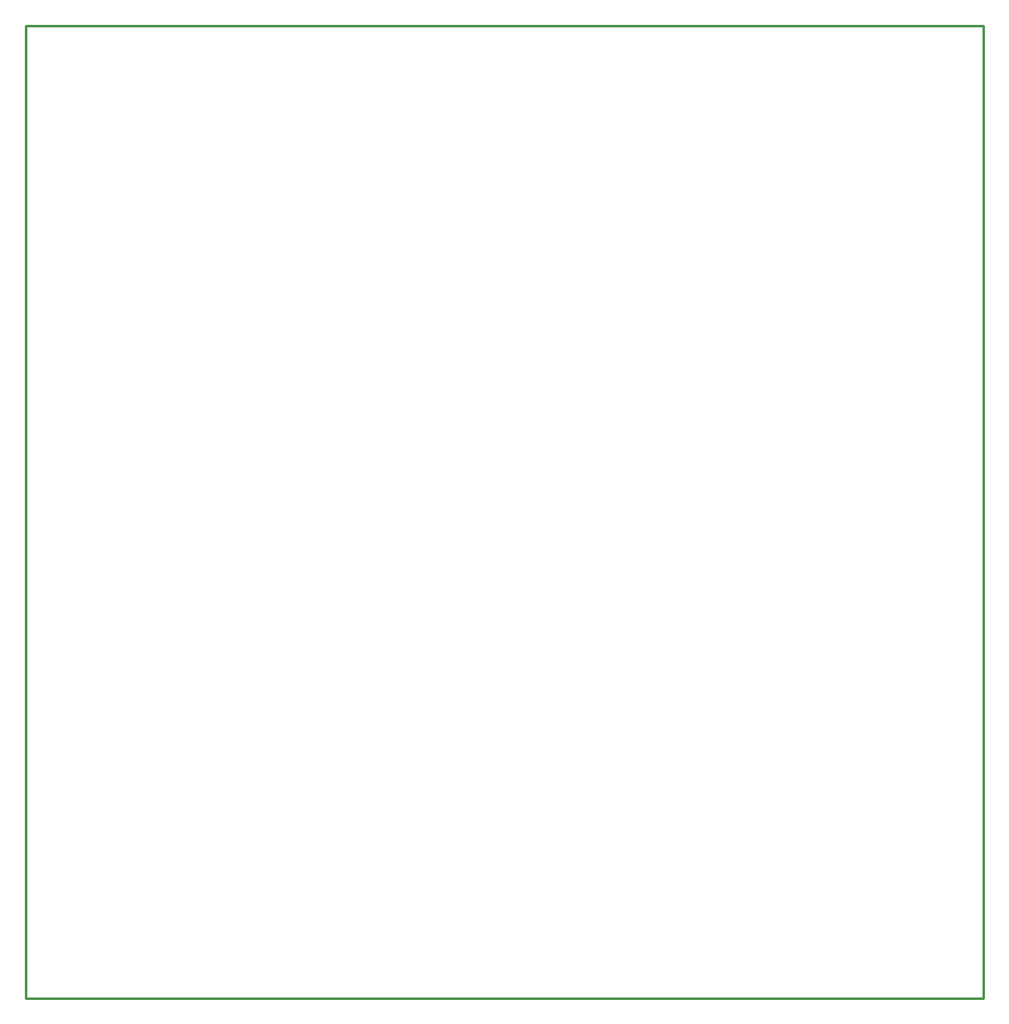
<source format=gm1>
G04*
G04 #@! TF.GenerationSoftware,Altium Limited,Altium Designer,19.1.5 (86)*
G04*
G04 Layer_Color=16711935*
%FSLAX24Y24*%
%MOIN*%
G70*
G01*
G75*
%ADD10C,0.0100*%
D10*
X0Y39110D02*
X38560D01*
X38560Y0D01*
X0D02*
X38560D01*
X0D02*
Y39110D01*
M02*

</source>
